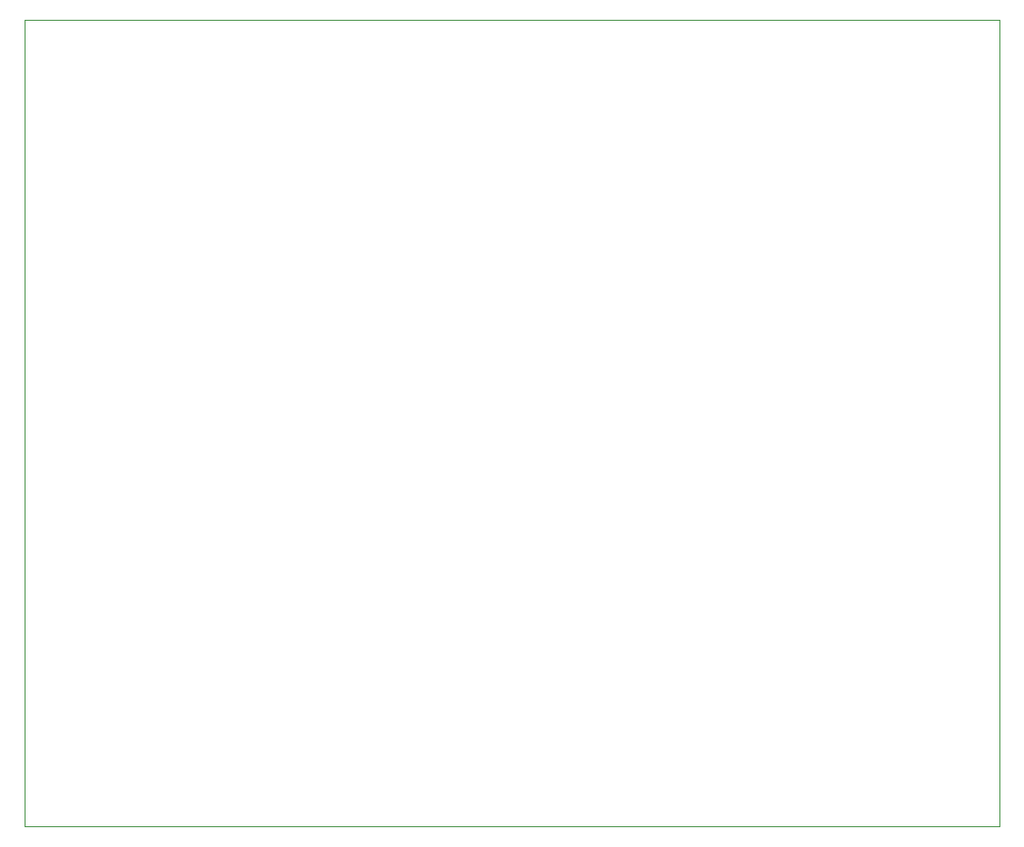
<source format=gm1>
G04 #@! TF.FileFunction,Profile,NP*
%FSLAX46Y46*%
G04 Gerber Fmt 4.6, Leading zero omitted, Abs format (unit mm)*
G04 Created by KiCad (PCBNEW 4.0.4-stable) date 12/14/16 14:43:15*
%MOMM*%
%LPD*%
G01*
G04 APERTURE LIST*
%ADD10C,0.020000*%
%ADD11C,0.100000*%
G04 APERTURE END LIST*
D10*
D11*
X113600000Y-138540000D02*
X200930000Y-138540000D01*
X113600000Y-66260000D02*
X113600000Y-138540000D01*
X200930000Y-66260000D02*
X113600000Y-66260000D01*
X200930000Y-138540000D02*
X200930000Y-66260000D01*
M02*

</source>
